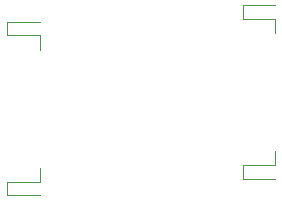
<source format=gbo>
%TF.GenerationSoftware,KiCad,Pcbnew,9.0.6*%
%TF.CreationDate,2025-12-01T13:51:19+09:00*%
%TF.ProjectId,fcBoard,6663426f-6172-4642-9e6b-696361645f70,0.2*%
%TF.SameCoordinates,Original*%
%TF.FileFunction,Legend,Bot*%
%TF.FilePolarity,Positive*%
%FSLAX46Y46*%
G04 Gerber Fmt 4.6, Leading zero omitted, Abs format (unit mm)*
G04 Created by KiCad (PCBNEW 9.0.6) date 2025-12-01 13:51:19*
%MOMM*%
%LPD*%
G01*
G04 APERTURE LIST*
%ADD10C,0.120000*%
G04 APERTURE END LIST*
D10*
%TO.C,J23*%
X167260000Y-377560000D02*
X167260000Y-378690000D01*
X167260000Y-378690000D02*
X170010000Y-378690000D01*
X167260000Y-391110000D02*
X170010000Y-391110000D01*
X167260000Y-392240000D02*
X167260000Y-391110000D01*
X170010000Y-377560000D02*
X167260000Y-377560000D01*
X170010000Y-378690000D02*
X170010000Y-379890000D01*
X170010000Y-391110000D02*
X170010000Y-389910000D01*
X170010000Y-392240000D02*
X167260000Y-392240000D01*
%TO.C,J24*%
X147340000Y-378975000D02*
X147340000Y-380105000D01*
X147340000Y-380105000D02*
X150090000Y-380105000D01*
X147340000Y-392525000D02*
X150090000Y-392525000D01*
X147340000Y-393655000D02*
X147340000Y-392525000D01*
X150090000Y-378975000D02*
X147340000Y-378975000D01*
X150090000Y-380105000D02*
X150090000Y-381305000D01*
X150090000Y-392525000D02*
X150090000Y-391325000D01*
X150090000Y-393655000D02*
X147340000Y-393655000D01*
%TD*%
M02*

</source>
